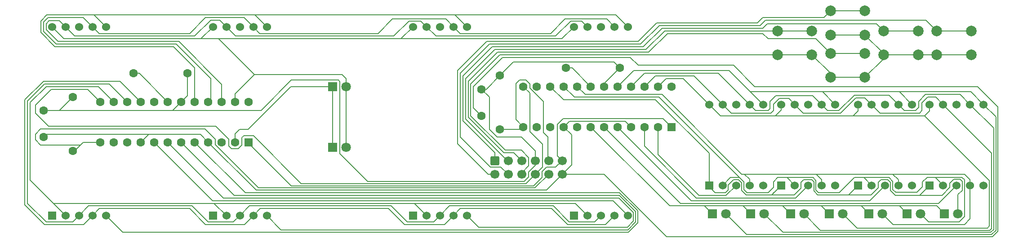
<source format=gbr>
%TF.GenerationSoftware,KiCad,Pcbnew,9.0.7*%
%TF.CreationDate,2026-01-05T14:29:03+01:00*%
%TF.ProjectId,display-Schematic,64697370-6c61-4792-9d53-6368656d6174,rev?*%
%TF.SameCoordinates,Original*%
%TF.FileFunction,Copper,L1,Top*%
%TF.FilePolarity,Positive*%
%FSLAX46Y46*%
G04 Gerber Fmt 4.6, Leading zero omitted, Abs format (unit mm)*
G04 Created by KiCad (PCBNEW 9.0.7) date 2026-01-05 14:29:03*
%MOMM*%
%LPD*%
G01*
G04 APERTURE LIST*
G04 Aperture macros list*
%AMRoundRect*
0 Rectangle with rounded corners*
0 $1 Rounding radius*
0 $2 $3 $4 $5 $6 $7 $8 $9 X,Y pos of 4 corners*
0 Add a 4 corners polygon primitive as box body*
4,1,4,$2,$3,$4,$5,$6,$7,$8,$9,$2,$3,0*
0 Add four circle primitives for the rounded corners*
1,1,$1+$1,$2,$3*
1,1,$1+$1,$4,$5*
1,1,$1+$1,$6,$7*
1,1,$1+$1,$8,$9*
0 Add four rect primitives between the rounded corners*
20,1,$1+$1,$2,$3,$4,$5,0*
20,1,$1+$1,$4,$5,$6,$7,0*
20,1,$1+$1,$6,$7,$8,$9,0*
20,1,$1+$1,$8,$9,$2,$3,0*%
G04 Aperture macros list end*
%TA.AperFunction,ComponentPad*%
%ADD10R,1.800000X1.800000*%
%TD*%
%TA.AperFunction,ComponentPad*%
%ADD11C,1.800000*%
%TD*%
%TA.AperFunction,ComponentPad*%
%ADD12R,1.524000X1.524000*%
%TD*%
%TA.AperFunction,ComponentPad*%
%ADD13C,1.524000*%
%TD*%
%TA.AperFunction,ComponentPad*%
%ADD14C,2.000000*%
%TD*%
%TA.AperFunction,ComponentPad*%
%ADD15RoundRect,0.250000X0.550000X-0.550000X0.550000X0.550000X-0.550000X0.550000X-0.550000X-0.550000X0*%
%TD*%
%TA.AperFunction,ComponentPad*%
%ADD16C,1.600000*%
%TD*%
%TA.AperFunction,ComponentPad*%
%ADD17RoundRect,0.250000X-0.600000X0.600000X-0.600000X-0.600000X0.600000X-0.600000X0.600000X0.600000X0*%
%TD*%
%TA.AperFunction,ComponentPad*%
%ADD18C,1.700000*%
%TD*%
%TA.AperFunction,Conductor*%
%ADD19C,0.200000*%
%TD*%
G04 APERTURE END LIST*
D10*
%TO.P,D2,1,K*%
%TO.N,Net-(D1-K)*%
X119460000Y-105500000D03*
D11*
%TO.P,D2,2,A*%
%TO.N,Net-(D1-A)*%
X122000000Y-105500000D03*
%TD*%
D12*
%TO.P,U7,1,CC*%
%TO.N,unconnected-(U7-CC-Pad1)*%
X134620000Y-118305000D03*
D13*
%TO.P,U7,2,E*%
%TO.N,Net-(U4-SEG_A)*%
X137160000Y-118305000D03*
%TO.P,U7,3,D*%
%TO.N,Net-(U4-SEG_F)*%
X139700000Y-118305000D03*
%TO.P,U7,4,C*%
%TO.N,Net-(U4-SEG_B)*%
X142240000Y-118305000D03*
%TO.P,U7,5,CC*%
%TO.N,Net-(U4-DIG_3)*%
X144780000Y-118305000D03*
%TO.P,U7,6,B*%
%TO.N,Net-(U4-SEG_C)*%
X144780000Y-82745000D03*
%TO.P,U7,7,A*%
%TO.N,Net-(U4-SEG_E)*%
X142240000Y-82745000D03*
%TO.P,U7,8,DP*%
%TO.N,unconnected-(U7-DP-Pad8)*%
X139700000Y-82745000D03*
%TO.P,U7,9,F*%
%TO.N,Net-(U4-SEG_DP)*%
X137160000Y-82745000D03*
%TO.P,U7,10,G*%
%TO.N,Net-(D1-A)*%
X134620000Y-82745000D03*
%TD*%
D10*
%TO.P,D3,1,K*%
%TO.N,Net-(D3-K)*%
X191000000Y-118000000D03*
D11*
%TO.P,D3,2,A*%
%TO.N,Net-(D3-A)*%
X193540000Y-118000000D03*
%TD*%
D12*
%TO.P,U6,1,CC*%
%TO.N,unconnected-(U6-CC-Pad1)*%
X96910000Y-118305000D03*
D13*
%TO.P,U6,2,E*%
%TO.N,Net-(U4-SEG_A)*%
X99450000Y-118305000D03*
%TO.P,U6,3,D*%
%TO.N,Net-(U4-SEG_F)*%
X101990000Y-118305000D03*
%TO.P,U6,4,C*%
%TO.N,Net-(U4-SEG_B)*%
X104530000Y-118305000D03*
%TO.P,U6,5,CC*%
%TO.N,Net-(U4-DIG_2)*%
X107070000Y-118305000D03*
%TO.P,U6,6,B*%
%TO.N,Net-(U4-SEG_C)*%
X107070000Y-82745000D03*
%TO.P,U6,7,A*%
%TO.N,Net-(U4-SEG_E)*%
X104530000Y-82745000D03*
%TO.P,U6,8,DP*%
%TO.N,unconnected-(U6-DP-Pad8)*%
X101990000Y-82745000D03*
%TO.P,U6,9,F*%
%TO.N,Net-(U4-SEG_DP)*%
X99450000Y-82745000D03*
%TO.P,U6,10,G*%
%TO.N,Net-(D1-A)*%
X96910000Y-82745000D03*
%TD*%
D14*
%TO.P,SW2,1,C*%
%TO.N,Net-(SW2A-C)*%
X203250000Y-83500000D03*
X209750000Y-83500000D03*
%TO.P,SW2,2,D*%
%TO.N,+3.3V*%
X203250000Y-88000000D03*
X209750000Y-88000000D03*
%TD*%
D10*
%TO.P,D6,1,K*%
%TO.N,Net-(D3-K)*%
X213000000Y-118000000D03*
D11*
%TO.P,D6,2,A*%
%TO.N,Net-(D6-A)*%
X215540000Y-118000000D03*
%TD*%
D12*
%TO.P,U8,1,CC*%
%TO.N,unconnected-(U8-CC-Pad1)*%
X164920000Y-118305000D03*
D13*
%TO.P,U8,2,E*%
%TO.N,Net-(U4-SEG_A)*%
X167460000Y-118305000D03*
%TO.P,U8,3,D*%
%TO.N,Net-(U4-SEG_F)*%
X170000000Y-118305000D03*
%TO.P,U8,4,C*%
%TO.N,Net-(U4-SEG_B)*%
X172540000Y-118305000D03*
%TO.P,U8,5,CC*%
%TO.N,Net-(U4-DIG_7)*%
X175080000Y-118305000D03*
%TO.P,U8,6,B*%
%TO.N,Net-(U4-SEG_C)*%
X175080000Y-82745000D03*
%TO.P,U8,7,A*%
%TO.N,Net-(U4-SEG_E)*%
X172540000Y-82745000D03*
%TO.P,U8,8,DP*%
%TO.N,unconnected-(U8-DP-Pad8)*%
X170000000Y-82745000D03*
%TO.P,U8,9,F*%
%TO.N,Net-(U4-SEG_DP)*%
X167460000Y-82745000D03*
%TO.P,U8,10,G*%
%TO.N,Net-(D1-A)*%
X164920000Y-82745000D03*
%TD*%
D14*
%TO.P,SW1,1,C*%
%TO.N,Net-(SW1A-C)*%
X213250000Y-79750000D03*
X219750000Y-79750000D03*
%TO.P,SW1,2,D*%
%TO.N,+3.3V*%
X213250000Y-84250000D03*
X219750000Y-84250000D03*
%TD*%
D12*
%TO.P,U5,1,CC*%
%TO.N,unconnected-(U5-CC-Pad1)*%
X66610000Y-118305000D03*
D13*
%TO.P,U5,2,E*%
%TO.N,Net-(U4-SEG_A)*%
X69150000Y-118305000D03*
%TO.P,U5,3,D*%
%TO.N,Net-(U4-SEG_F)*%
X71690000Y-118305000D03*
%TO.P,U5,4,C*%
%TO.N,Net-(U4-SEG_B)*%
X74230000Y-118305000D03*
%TO.P,U5,5,CC*%
%TO.N,Net-(U4-DIG_6)*%
X76770000Y-118305000D03*
%TO.P,U5,6,B*%
%TO.N,Net-(U4-SEG_C)*%
X76770000Y-82745000D03*
%TO.P,U5,7,A*%
%TO.N,Net-(U4-SEG_E)*%
X74230000Y-82745000D03*
%TO.P,U5,8,DP*%
%TO.N,unconnected-(U5-DP-Pad8)*%
X71690000Y-82745000D03*
%TO.P,U5,9,F*%
%TO.N,Net-(U4-SEG_DP)*%
X69150000Y-82745000D03*
%TO.P,U5,10,G*%
%TO.N,Net-(D1-A)*%
X66610000Y-82745000D03*
%TD*%
D14*
%TO.P,SW3,1,C*%
%TO.N,Net-(SW3A-C)*%
X223250000Y-83500000D03*
X229750000Y-83500000D03*
%TO.P,SW3,2,D*%
%TO.N,+3.3V*%
X223250000Y-88000000D03*
X229750000Y-88000000D03*
%TD*%
D10*
%TO.P,D5,1,K*%
%TO.N,Net-(D3-K)*%
X205725000Y-118000000D03*
D11*
%TO.P,D5,2,A*%
%TO.N,Net-(D5-A)*%
X208265000Y-118000000D03*
%TD*%
D12*
%TO.P,U11,1,E*%
%TO.N,Net-(D9-A)*%
X203960000Y-112620000D03*
D13*
%TO.P,U11,2,D*%
%TO.N,Net-(D8-A)*%
X206500000Y-112620000D03*
%TO.P,U11,3,CC*%
%TO.N,Net-(U9-DIG_4)*%
X209040000Y-112620000D03*
%TO.P,U11,4,C*%
%TO.N,Net-(D7-A)*%
X211580000Y-112620000D03*
%TO.P,U11,5,DP*%
%TO.N,unconnected-(U11-DP-Pad5)*%
X214120000Y-112620000D03*
%TO.P,U11,6,B*%
%TO.N,Net-(D3-A)*%
X214120000Y-97380000D03*
%TO.P,U11,7,A*%
%TO.N,Net-(D4-A)*%
X211580000Y-97380000D03*
%TO.P,U11,8,CC*%
%TO.N,unconnected-(U11-CC-Pad8)*%
X209040000Y-97380000D03*
%TO.P,U11,9,F*%
%TO.N,Net-(D5-A)*%
X206500000Y-97380000D03*
%TO.P,U11,10,G*%
%TO.N,Net-(D6-A)*%
X203960000Y-97380000D03*
%TD*%
D14*
%TO.P,SW4,1,C*%
%TO.N,Net-(SW4A-C)*%
X213250000Y-87750000D03*
X219750000Y-87750000D03*
%TO.P,SW4,2,D*%
%TO.N,+3.3V*%
X213250000Y-92250000D03*
X219750000Y-92250000D03*
%TD*%
D12*
%TO.P,U13,1,E*%
%TO.N,Net-(D9-A)*%
X231920000Y-112620000D03*
D13*
%TO.P,U13,2,D*%
%TO.N,Net-(D8-A)*%
X234460000Y-112620000D03*
%TO.P,U13,3,CC*%
%TO.N,Net-(U9-DIG_2)*%
X237000000Y-112620000D03*
%TO.P,U13,4,C*%
%TO.N,Net-(D7-A)*%
X239540000Y-112620000D03*
%TO.P,U13,5,DP*%
%TO.N,unconnected-(U13-DP-Pad5)*%
X242080000Y-112620000D03*
%TO.P,U13,6,B*%
%TO.N,Net-(D3-A)*%
X242080000Y-97380000D03*
%TO.P,U13,7,A*%
%TO.N,Net-(D4-A)*%
X239540000Y-97380000D03*
%TO.P,U13,8,CC*%
%TO.N,unconnected-(U13-CC-Pad8)*%
X237000000Y-97380000D03*
%TO.P,U13,9,F*%
%TO.N,Net-(D5-A)*%
X234460000Y-97380000D03*
%TO.P,U13,10,G*%
%TO.N,Net-(D6-A)*%
X231920000Y-97380000D03*
%TD*%
D14*
%TO.P,SW5,1,C*%
%TO.N,Net-(SW5A-C)*%
X233250000Y-83500000D03*
X239750000Y-83500000D03*
%TO.P,SW5,2,D*%
%TO.N,+3.3V*%
X233250000Y-88000000D03*
X239750000Y-88000000D03*
%TD*%
D10*
%TO.P,D4,1,K*%
%TO.N,Net-(D3-K)*%
X198225000Y-118000000D03*
D11*
%TO.P,D4,2,A*%
%TO.N,Net-(D4-A)*%
X200765000Y-118000000D03*
%TD*%
D12*
%TO.P,U12,1,E*%
%TO.N,Net-(D9-A)*%
X218420000Y-112620000D03*
D13*
%TO.P,U12,2,D*%
%TO.N,Net-(D8-A)*%
X220960000Y-112620000D03*
%TO.P,U12,3,CC*%
%TO.N,Net-(U9-DIG_6)*%
X223500000Y-112620000D03*
%TO.P,U12,4,C*%
%TO.N,Net-(D7-A)*%
X226040000Y-112620000D03*
%TO.P,U12,5,DP*%
%TO.N,unconnected-(U12-DP-Pad5)*%
X228580000Y-112620000D03*
%TO.P,U12,6,B*%
%TO.N,Net-(D3-A)*%
X228580000Y-97380000D03*
%TO.P,U12,7,A*%
%TO.N,Net-(D4-A)*%
X226040000Y-97380000D03*
%TO.P,U12,8,CC*%
%TO.N,unconnected-(U12-CC-Pad8)*%
X223500000Y-97380000D03*
%TO.P,U12,9,F*%
%TO.N,Net-(D5-A)*%
X220960000Y-97380000D03*
%TO.P,U12,10,G*%
%TO.N,Net-(D6-A)*%
X218420000Y-97380000D03*
%TD*%
D10*
%TO.P,D8,1,K*%
%TO.N,Net-(D3-K)*%
X227695000Y-118000000D03*
D11*
%TO.P,D8,2,A*%
%TO.N,Net-(D8-A)*%
X230235000Y-118000000D03*
%TD*%
D10*
%TO.P,D9,1,K*%
%TO.N,Net-(D3-K)*%
X234725000Y-118000000D03*
D11*
%TO.P,D9,2,A*%
%TO.N,Net-(D9-A)*%
X237265000Y-118000000D03*
%TD*%
D10*
%TO.P,D1,1,K*%
%TO.N,Net-(D1-K)*%
X119460000Y-94000000D03*
D11*
%TO.P,D1,2,A*%
%TO.N,Net-(D1-A)*%
X122000000Y-94000000D03*
%TD*%
D12*
%TO.P,U10,1,E*%
%TO.N,Net-(D9-A)*%
X190380000Y-112620000D03*
D13*
%TO.P,U10,2,D*%
%TO.N,Net-(D8-A)*%
X192920000Y-112620000D03*
%TO.P,U10,3,CC*%
%TO.N,Net-(U9-DIG_0)*%
X195460000Y-112620000D03*
%TO.P,U10,4,C*%
%TO.N,Net-(D7-A)*%
X198000000Y-112620000D03*
%TO.P,U10,5,DP*%
%TO.N,unconnected-(U10-DP-Pad5)*%
X200540000Y-112620000D03*
%TO.P,U10,6,B*%
%TO.N,Net-(D3-A)*%
X200540000Y-97380000D03*
%TO.P,U10,7,A*%
%TO.N,Net-(D4-A)*%
X198000000Y-97380000D03*
%TO.P,U10,8,CC*%
%TO.N,unconnected-(U10-CC-Pad8)*%
X195460000Y-97380000D03*
%TO.P,U10,9,F*%
%TO.N,Net-(D5-A)*%
X192920000Y-97380000D03*
%TO.P,U10,10,G*%
%TO.N,Net-(D6-A)*%
X190380000Y-97380000D03*
%TD*%
D10*
%TO.P,D7,1,K*%
%TO.N,Net-(D3-K)*%
X220500000Y-118000000D03*
D11*
%TO.P,D7,2,A*%
%TO.N,Net-(D7-A)*%
X223040000Y-118000000D03*
%TD*%
D15*
%TO.P,U9,1,DIN*%
%TO.N,Net-(U4-DIN)*%
X183320000Y-101620000D03*
D16*
%TO.P,U9,2,DIG_0*%
%TO.N,Net-(U9-DIG_0)*%
X180780000Y-101620000D03*
%TO.P,U9,3,DIG_4*%
%TO.N,Net-(U9-DIG_4)*%
X178240000Y-101620000D03*
%TO.P,U9,4,GND*%
%TO.N,GND*%
X175700000Y-101620000D03*
%TO.P,U9,5,DIG_6*%
%TO.N,Net-(U9-DIG_6)*%
X173160000Y-101620000D03*
%TO.P,U9,6,DIG_2*%
%TO.N,Net-(U9-DIG_2)*%
X170620000Y-101620000D03*
%TO.P,U9,7,DIG_3*%
%TO.N,Net-(D3-K)*%
X168080000Y-101620000D03*
%TO.P,U9,8,DIG_7*%
%TO.N,unconnected-(U9-DIG_7-Pad8)*%
X165540000Y-101620000D03*
%TO.P,U9,9,GND*%
%TO.N,GND*%
X163000000Y-101620000D03*
%TO.P,U9,10,DIG_5*%
%TO.N,unconnected-(U9-DIG_5-Pad10)*%
X160460000Y-101620000D03*
%TO.P,U9,11,DIG_1*%
%TO.N,unconnected-(U9-DIG_1-Pad11)*%
X157920000Y-101620000D03*
%TO.P,U9,12,LOAD*%
%TO.N,Net-(U9-LOAD)*%
X155380000Y-101620000D03*
%TO.P,U9,13,CLK*%
%TO.N,Net-(U4-CLK)*%
X155380000Y-94000000D03*
%TO.P,U9,14,SEG_A*%
%TO.N,unconnected-(U9-SEG_A-Pad14)*%
X157920000Y-94000000D03*
%TO.P,U9,15,SEG_F*%
%TO.N,Net-(D9-A)*%
X160460000Y-94000000D03*
%TO.P,U9,16,SEG_B*%
%TO.N,Net-(D8-A)*%
X163000000Y-94000000D03*
%TO.P,U9,17,SEG_G*%
%TO.N,Net-(D7-A)*%
X165540000Y-94000000D03*
%TO.P,U9,18,ISET*%
%TO.N,Net-(U9-ISET)*%
X168080000Y-94000000D03*
%TO.P,U9,19,V+*%
%TO.N,+5V*%
X170620000Y-94000000D03*
%TO.P,U9,20,SEG_C*%
%TO.N,Net-(D3-A)*%
X173160000Y-94000000D03*
%TO.P,U9,21,SEG_E*%
%TO.N,Net-(D4-A)*%
X175700000Y-94000000D03*
%TO.P,U9,22,SEG_DP*%
%TO.N,Net-(D5-A)*%
X178240000Y-94000000D03*
%TO.P,U9,23,SEG_D*%
%TO.N,Net-(D6-A)*%
X180780000Y-94000000D03*
%TO.P,U9,24,DOUT*%
%TO.N,unconnected-(U9-DOUT-Pad24)*%
X183320000Y-94000000D03*
%TD*%
%TO.P,C5,1*%
%TO.N,+5V*%
X147500000Y-94500000D03*
%TO.P,C5,2*%
%TO.N,GND*%
X147500000Y-99500000D03*
%TD*%
%TO.P,C4,1*%
%TO.N,+5V*%
X65000000Y-98500000D03*
%TO.P,C4,2*%
%TO.N,GND*%
X65000000Y-103500000D03*
%TD*%
%TO.P,R1,1*%
%TO.N,+5V*%
X151000000Y-91920000D03*
%TO.P,R1,2*%
%TO.N,Net-(U9-LOAD)*%
X151000000Y-102080000D03*
%TD*%
%TO.P,R3,1*%
%TO.N,+5V*%
X92080000Y-91500000D03*
%TO.P,R3,2*%
%TO.N,Net-(U4-ISET)*%
X81920000Y-91500000D03*
%TD*%
%TO.P,R5,1*%
%TO.N,+5V*%
X173580000Y-90500000D03*
%TO.P,R5,2*%
%TO.N,Net-(U9-ISET)*%
X163420000Y-90500000D03*
%TD*%
D17*
%TO.P,J1,1*%
%TO.N,Net-(SW3A-C)*%
X150000000Y-108000000D03*
D18*
%TO.P,J1,2*%
%TO.N,Net-(SW1A-C)*%
X150000000Y-110540000D03*
%TO.P,J1,3*%
%TO.N,Net-(SW2A-C)*%
X152540000Y-108000000D03*
%TO.P,J1,4*%
%TO.N,Net-(SW5A-C)*%
X152540000Y-110540000D03*
%TO.P,J1,5*%
%TO.N,Net-(SW4A-C)*%
X155080000Y-108000000D03*
%TO.P,J1,6*%
%TO.N,+3.3V*%
X155080000Y-110540000D03*
%TO.P,J1,7*%
%TO.N,+5V*%
X157620000Y-108000000D03*
%TO.P,J1,8*%
%TO.N,Net-(U4-CLK)*%
X157620000Y-110540000D03*
%TO.P,J1,9*%
%TO.N,Net-(U9-LOAD)*%
X160160000Y-108000000D03*
%TO.P,J1,10*%
%TO.N,Net-(U4-LOAD)*%
X160160000Y-110540000D03*
%TO.P,J1,11*%
%TO.N,Net-(U4-DIN)*%
X162700000Y-108000000D03*
%TO.P,J1,12*%
%TO.N,GND*%
X162700000Y-110540000D03*
%TD*%
D16*
%TO.P,R2,1*%
%TO.N,+5V*%
X70500000Y-96000000D03*
%TO.P,R2,2*%
%TO.N,Net-(U4-LOAD)*%
X70500000Y-106160000D03*
%TD*%
D15*
%TO.P,U4,1,DIN*%
%TO.N,Net-(U4-DIN)*%
X103660000Y-104500000D03*
D16*
%TO.P,U4,2,DIG_0*%
%TO.N,Net-(D1-K)*%
X101120000Y-104500000D03*
%TO.P,U4,3,DIG_4*%
%TO.N,unconnected-(U4-DIG_4-Pad3)*%
X98580000Y-104500000D03*
%TO.P,U4,4,GND*%
%TO.N,GND*%
X96040000Y-104500000D03*
%TO.P,U4,5,DIG_6*%
%TO.N,Net-(U4-DIG_6)*%
X93500000Y-104500000D03*
%TO.P,U4,6,DIG_2*%
%TO.N,Net-(U4-DIG_2)*%
X90960000Y-104500000D03*
%TO.P,U4,7,DIG_3*%
%TO.N,Net-(U4-DIG_3)*%
X88420000Y-104500000D03*
%TO.P,U4,8,DIG_7*%
%TO.N,Net-(U4-DIG_7)*%
X85880000Y-104500000D03*
%TO.P,U4,9,GND*%
%TO.N,GND*%
X83340000Y-104500000D03*
%TO.P,U4,10,DIG_5*%
%TO.N,unconnected-(U4-DIG_5-Pad10)*%
X80800000Y-104500000D03*
%TO.P,U4,11,DIG_1*%
%TO.N,unconnected-(U4-DIG_1-Pad11)*%
X78260000Y-104500000D03*
%TO.P,U4,12,LOAD*%
%TO.N,Net-(U4-LOAD)*%
X75720000Y-104500000D03*
%TO.P,U4,13,CLK*%
%TO.N,Net-(U4-CLK)*%
X75720000Y-96880000D03*
%TO.P,U4,14,SEG_A*%
%TO.N,Net-(U4-SEG_A)*%
X78260000Y-96880000D03*
%TO.P,U4,15,SEG_F*%
%TO.N,Net-(U4-SEG_F)*%
X80800000Y-96880000D03*
%TO.P,U4,16,SEG_B*%
%TO.N,Net-(U4-SEG_B)*%
X83340000Y-96880000D03*
%TO.P,U4,17,SEG_G*%
%TO.N,unconnected-(U4-SEG_G-Pad17)*%
X85880000Y-96880000D03*
%TO.P,U4,18,ISET*%
%TO.N,Net-(U4-ISET)*%
X88420000Y-96880000D03*
%TO.P,U4,19,V+*%
%TO.N,+5V*%
X90960000Y-96880000D03*
%TO.P,U4,20,SEG_C*%
%TO.N,Net-(U4-SEG_C)*%
X93500000Y-96880000D03*
%TO.P,U4,21,SEG_E*%
%TO.N,Net-(U4-SEG_E)*%
X96040000Y-96880000D03*
%TO.P,U4,22,SEG_DP*%
%TO.N,Net-(U4-SEG_DP)*%
X98580000Y-96880000D03*
%TO.P,U4,23,SEG_D*%
%TO.N,Net-(D1-A)*%
X101120000Y-96880000D03*
%TO.P,U4,24,DOUT*%
%TO.N,unconnected-(U4-DOUT-Pad24)*%
X103660000Y-96880000D03*
%TD*%
D19*
%TO.N,+5V*%
X172479000Y-89399000D02*
X153521000Y-89399000D01*
X120524000Y-92799000D02*
X120800000Y-93075000D01*
X150431474Y-103500000D02*
X149000000Y-102068525D01*
X68000000Y-98500000D02*
X89340000Y-98500000D01*
X170620000Y-93460000D02*
X170620000Y-94000000D01*
X89340000Y-98500000D02*
X106000000Y-98500000D01*
X151000000Y-91920000D02*
X148420000Y-94500000D01*
X155000000Y-103500000D02*
X150431474Y-103500000D01*
X157620000Y-106120000D02*
X155000000Y-103500000D01*
X155500000Y-111896000D02*
X156375000Y-111021000D01*
X111701000Y-92799000D02*
X120524000Y-92799000D01*
X68000000Y-98500000D02*
X70500000Y-96000000D01*
X106000000Y-98500000D02*
X111701000Y-92799000D01*
X148420000Y-94500000D02*
X147500000Y-94500000D01*
X157620000Y-108000000D02*
X157620000Y-106120000D01*
X157620000Y-108880000D02*
X157620000Y-108000000D01*
X92080000Y-91500000D02*
X92080000Y-95760000D01*
X126057000Y-111896000D02*
X155500000Y-111896000D01*
X173580000Y-90500000D02*
X172479000Y-89399000D01*
X65000000Y-98500000D02*
X68000000Y-98500000D01*
X89340000Y-98500000D02*
X90960000Y-96880000D01*
X92080000Y-95760000D02*
X90960000Y-96880000D01*
X151000000Y-91920000D02*
X153521000Y-89399000D01*
X156375000Y-110125000D02*
X157620000Y-108880000D01*
X120800000Y-106639000D02*
X126057000Y-111896000D01*
X156375000Y-111021000D02*
X156375000Y-110125000D01*
X173580000Y-90500000D02*
X170620000Y-93460000D01*
X120800000Y-93075000D02*
X120800000Y-106639000D01*
X149000000Y-102068525D02*
X149000000Y-96000000D01*
X149000000Y-96000000D02*
X147500000Y-94500000D01*
%TO.N,GND*%
X175700000Y-101620000D02*
X174599000Y-100519000D01*
X199000000Y-94000000D02*
X195000000Y-90000000D01*
X162700000Y-110540000D02*
X170630455Y-110540000D01*
X96040000Y-104500000D02*
X105040000Y-113500000D01*
X244800000Y-121267100D02*
X244800000Y-97800000D01*
X164101000Y-100519000D02*
X163000000Y-101620000D01*
X174599000Y-100519000D02*
X164101000Y-100519000D01*
X241000000Y-94000000D02*
X199000000Y-94000000D01*
X244800000Y-97800000D02*
X241000000Y-94000000D01*
X159740000Y-113500000D02*
X162700000Y-110540000D01*
X182390455Y-122300000D02*
X243767100Y-122300000D01*
X83340000Y-104500000D02*
X84840000Y-103000000D01*
X146000000Y-98000000D02*
X147500000Y-99500000D01*
X170630455Y-110540000D02*
X182390455Y-122300000D01*
X151500000Y-88500000D02*
X146000000Y-94000000D01*
X65000000Y-103500000D02*
X65500000Y-103000000D01*
X146000000Y-94000000D02*
X146000000Y-98000000D01*
X175500000Y-88500000D02*
X151500000Y-88500000D01*
X243767100Y-122300000D02*
X244800000Y-121267100D01*
X84840000Y-103000000D02*
X94540000Y-103000000D01*
X195000000Y-90000000D02*
X177000000Y-90000000D01*
X105040000Y-113500000D02*
X159740000Y-113500000D01*
X164500000Y-103120000D02*
X164500000Y-108740000D01*
X163000000Y-101620000D02*
X164500000Y-103120000D01*
X177000000Y-90000000D02*
X175500000Y-88500000D01*
X65500000Y-103000000D02*
X84840000Y-103000000D01*
X164500000Y-108740000D02*
X162700000Y-110540000D01*
X94540000Y-103000000D02*
X96040000Y-104500000D01*
%TO.N,Net-(D1-A)*%
X96910000Y-83090000D02*
X96910000Y-82745000D01*
X122000000Y-92500000D02*
X122000000Y-94000000D01*
X121250000Y-91750000D02*
X122000000Y-92500000D01*
X104500000Y-91500000D02*
X98000000Y-85000000D01*
X132000000Y-85000000D02*
X132365000Y-85000000D01*
X98000000Y-85000000D02*
X132000000Y-85000000D01*
X104750000Y-91750000D02*
X121250000Y-91750000D01*
X101120000Y-95380000D02*
X101120000Y-96880000D01*
X68865000Y-85000000D02*
X94655000Y-85000000D01*
X132000000Y-85000000D02*
X162665000Y-85000000D01*
X104750000Y-91750000D02*
X101120000Y-95380000D01*
X94655000Y-85000000D02*
X96910000Y-82745000D01*
X162665000Y-85000000D02*
X164920000Y-82745000D01*
X104500000Y-91500000D02*
X104750000Y-91750000D01*
X132365000Y-85000000D02*
X134620000Y-82745000D01*
X66610000Y-82745000D02*
X68865000Y-85000000D01*
X122000000Y-94000000D02*
X122000000Y-105500000D01*
X94655000Y-85000000D02*
X98000000Y-85000000D01*
%TO.N,Net-(D1-K)*%
X101940000Y-102060000D02*
X101120000Y-102880000D01*
X119460000Y-94000000D02*
X119460000Y-105500000D01*
X103560000Y-102060000D02*
X101940000Y-102060000D01*
X119460000Y-94000000D02*
X111620000Y-94000000D01*
X101120000Y-102880000D02*
X101120000Y-104500000D01*
X111620000Y-94000000D02*
X103560000Y-102060000D01*
%TO.N,Net-(D3-K)*%
X227695000Y-118000000D02*
X226195000Y-116500000D01*
X219000000Y-116500000D02*
X211500000Y-116500000D01*
X226195000Y-116500000D02*
X226000000Y-116500000D01*
X196725000Y-116500000D02*
X189500000Y-116500000D01*
X189500000Y-116500000D02*
X182960000Y-116500000D01*
X220500000Y-118000000D02*
X219000000Y-116500000D01*
X230000000Y-116500000D02*
X226000000Y-116500000D01*
X233225000Y-116500000D02*
X230000000Y-116500000D01*
X213000000Y-118000000D02*
X211500000Y-116500000D01*
X191000000Y-118000000D02*
X189500000Y-116500000D01*
X182960000Y-116500000D02*
X168080000Y-101620000D01*
X211500000Y-116500000D02*
X204225000Y-116500000D01*
X204225000Y-116500000D02*
X196725000Y-116500000D01*
X234725000Y-118000000D02*
X233225000Y-116500000D01*
X226000000Y-116500000D02*
X219000000Y-116500000D01*
X198225000Y-118000000D02*
X196725000Y-116500000D01*
X205725000Y-118000000D02*
X204225000Y-116500000D01*
%TO.N,Net-(D3-A)*%
X200540000Y-97380000D02*
X198160000Y-95000000D01*
X176160000Y-91000000D02*
X173160000Y-94000000D01*
X244399000Y-121101000D02*
X244399000Y-99699000D01*
X226200000Y-95000000D02*
X239700000Y-95000000D01*
X198160000Y-95000000D02*
X211500000Y-95000000D01*
X211500000Y-95000000D02*
X211740000Y-95000000D01*
X226200000Y-95000000D02*
X228580000Y-97380000D01*
X211740000Y-95000000D02*
X214120000Y-97380000D01*
X211500000Y-95000000D02*
X226200000Y-95000000D01*
X239700000Y-95000000D02*
X242080000Y-97380000D01*
X243601000Y-121899000D02*
X244399000Y-121101000D01*
X193540000Y-118000000D02*
X197439000Y-121899000D01*
X244399000Y-99699000D02*
X242080000Y-97380000D01*
X194160000Y-91000000D02*
X176160000Y-91000000D01*
X197439000Y-121899000D02*
X243601000Y-121899000D01*
X198160000Y-95000000D02*
X194160000Y-91000000D01*
%TO.N,Net-(D4-A)*%
X237660000Y-95500000D02*
X239540000Y-97380000D01*
X227160000Y-98500000D02*
X229275000Y-98500000D01*
X231175000Y-95500000D02*
X237660000Y-95500000D01*
X217726000Y-95599000D02*
X224259000Y-95599000D01*
X201500000Y-98500000D02*
X201850000Y-98150000D01*
X229275000Y-98500000D02*
X229850000Y-97925000D01*
X204263000Y-121498000D02*
X243434900Y-121498000D01*
X198000000Y-97380000D02*
X199120000Y-98500000D01*
X243998000Y-101838000D02*
X239540000Y-97380000D01*
X226040000Y-97380000D02*
X227160000Y-98500000D01*
X192120000Y-91500000D02*
X178200000Y-91500000D01*
X224259000Y-95599000D02*
X226040000Y-97380000D01*
X212700000Y-98500000D02*
X214825000Y-98500000D01*
X201850000Y-96800000D02*
X202950000Y-95700000D01*
X200765000Y-118000000D02*
X204263000Y-121498000D01*
X229850000Y-96825000D02*
X231175000Y-95500000D01*
X229850000Y-97925000D02*
X229850000Y-96825000D01*
X202950000Y-95700000D02*
X209900000Y-95700000D01*
X211580000Y-97380000D02*
X212700000Y-98500000D01*
X178200000Y-91500000D02*
X175700000Y-94000000D01*
X243434900Y-121498000D02*
X243998000Y-120934900D01*
X243998000Y-120934900D02*
X243998000Y-101838000D01*
X199120000Y-98500000D02*
X201500000Y-98500000D01*
X214825000Y-98500000D02*
X217726000Y-95599000D01*
X201850000Y-98150000D02*
X201850000Y-96800000D01*
X198000000Y-97380000D02*
X192120000Y-91500000D01*
X209900000Y-95700000D02*
X211580000Y-97380000D01*
%TO.N,Net-(D5-A)*%
X230500000Y-97050000D02*
X231550000Y-96000000D01*
X230000000Y-99000000D02*
X230500000Y-98500000D01*
X202500000Y-98500000D02*
X202500000Y-97336690D01*
X243597000Y-120768800D02*
X243597000Y-106517000D01*
X194540000Y-99000000D02*
X202000000Y-99000000D01*
X205370000Y-96250000D02*
X206500000Y-97380000D01*
X222580000Y-99000000D02*
X230000000Y-99000000D01*
X233080000Y-96000000D02*
X234460000Y-97380000D01*
X230500000Y-98500000D02*
X230500000Y-97050000D01*
X180240000Y-92000000D02*
X178240000Y-94000000D01*
X243597000Y-106517000D02*
X234460000Y-97380000D01*
X208265000Y-118000000D02*
X211362000Y-121097000D01*
X211362000Y-121097000D02*
X243268800Y-121097000D01*
X219730000Y-96150000D02*
X220960000Y-97380000D01*
X215125000Y-99000000D02*
X217975000Y-96150000D01*
X203586690Y-96250000D02*
X205370000Y-96250000D01*
X220960000Y-97380000D02*
X222580000Y-99000000D01*
X187540000Y-92000000D02*
X180240000Y-92000000D01*
X202500000Y-97336690D02*
X203586690Y-96250000D01*
X192920000Y-97380000D02*
X194540000Y-99000000D01*
X208120000Y-99000000D02*
X215125000Y-99000000D01*
X231550000Y-96000000D02*
X233080000Y-96000000D01*
X192920000Y-97380000D02*
X187540000Y-92000000D01*
X217975000Y-96150000D02*
X219730000Y-96150000D01*
X202000000Y-99000000D02*
X202500000Y-98500000D01*
X206500000Y-97380000D02*
X208120000Y-99000000D01*
X243268800Y-121097000D02*
X243597000Y-120768800D01*
%TO.N,Net-(D6-A)*%
X217000000Y-99500000D02*
X203000000Y-99500000D01*
X203960000Y-98457630D02*
X202958815Y-99458815D01*
X217000000Y-99500000D02*
X231000000Y-99500000D01*
X203960000Y-97380000D02*
X203960000Y-97460000D01*
X192500000Y-99500000D02*
X202917630Y-99500000D01*
X215540000Y-118000000D02*
X218236000Y-120696000D01*
X190380000Y-97380000D02*
X192500000Y-99500000D01*
X231000000Y-99500000D02*
X231920000Y-98580000D01*
X182280000Y-92500000D02*
X180780000Y-94000000D01*
X202958815Y-99458815D02*
X202917630Y-99500000D01*
X217500000Y-99500000D02*
X217000000Y-99500000D01*
X231920000Y-98580000D02*
X231920000Y-97380000D01*
X218420000Y-98580000D02*
X217500000Y-99500000D01*
X203000000Y-99500000D02*
X202958815Y-99458815D01*
X218420000Y-97380000D02*
X218420000Y-98580000D01*
X185500000Y-92500000D02*
X182280000Y-92500000D01*
X243196000Y-120304000D02*
X243196000Y-111696000D01*
X190380000Y-97380000D02*
X185500000Y-92500000D01*
X203960000Y-97380000D02*
X203960000Y-98457630D01*
X218236000Y-120696000D02*
X242804000Y-120696000D01*
X242804000Y-120696000D02*
X243196000Y-120304000D01*
X203960000Y-97460000D02*
X204000000Y-97500000D01*
X243196000Y-111696000D02*
X231000000Y-99500000D01*
%TO.N,Net-(D7-A)*%
X196500000Y-110500000D02*
X197000000Y-110500000D01*
X226040000Y-111542370D02*
X224997630Y-110500000D01*
X198000000Y-112620000D02*
X198000000Y-111500000D01*
X210537630Y-110500000D02*
X197000000Y-110500000D01*
X238497630Y-110500000D02*
X224997630Y-110500000D01*
X211580000Y-111542370D02*
X210537630Y-110500000D01*
X238500000Y-120000000D02*
X239540000Y-118960000D01*
X165540000Y-94000000D02*
X167040000Y-95500000D01*
X223040000Y-118000000D02*
X225040000Y-120000000D01*
X226040000Y-112620000D02*
X226040000Y-111542370D01*
X224997630Y-110500000D02*
X210537630Y-110500000D01*
X239540000Y-112620000D02*
X239540000Y-111542370D01*
X198000000Y-111500000D02*
X197000000Y-110500000D01*
X224997630Y-110500000D02*
X224000000Y-110500000D01*
X181500000Y-95500000D02*
X196500000Y-110500000D01*
X167040000Y-95500000D02*
X181500000Y-95500000D01*
X239540000Y-118960000D02*
X239540000Y-112620000D01*
X239540000Y-111542370D02*
X238497630Y-110500000D01*
X225040000Y-120000000D02*
X238500000Y-120000000D01*
X211580000Y-112620000D02*
X211580000Y-111542370D01*
%TO.N,Net-(D8-A)*%
X192920000Y-112620000D02*
X194384000Y-111156000D01*
X219500000Y-111156000D02*
X224281000Y-111156000D01*
X233420000Y-111580000D02*
X233397000Y-111557000D01*
X229533550Y-113966450D02*
X225533550Y-113966450D01*
X231735000Y-119500000D02*
X237500000Y-119500000D01*
X196924000Y-113424000D02*
X197500000Y-114000000D01*
X224977000Y-111852000D02*
X224977000Y-112026590D01*
X196066410Y-111156000D02*
X196924000Y-112013590D01*
X211011895Y-114000000D02*
X214914000Y-114000000D01*
X238477000Y-118523000D02*
X238477000Y-111552000D01*
X180910410Y-96000000D02*
X165000000Y-96000000D01*
X230235000Y-118000000D02*
X231735000Y-119500000D01*
X217758000Y-111156000D02*
X219500000Y-111156000D01*
X238477000Y-111552000D02*
X238024000Y-111099000D01*
X200500000Y-114000000D02*
X201500000Y-114000000D01*
X196924000Y-112013590D02*
X196924000Y-113424000D01*
X201500000Y-114000000D02*
X202500000Y-113000000D01*
X194384000Y-111156000D02*
X196066410Y-111156000D01*
X238024000Y-111099000D02*
X231458000Y-111099000D01*
X165000000Y-96000000D02*
X163000000Y-94000000D01*
X200500000Y-114000000D02*
X200663310Y-114000000D01*
X225533550Y-113966450D02*
X224977000Y-113409900D01*
X197500000Y-114000000D02*
X200500000Y-114000000D01*
X230557000Y-112943000D02*
X229533550Y-113966450D01*
X234460000Y-112620000D02*
X233420000Y-111580000D01*
X224281000Y-111156000D02*
X224977000Y-111852000D01*
X205036000Y-111156000D02*
X209956000Y-111156000D01*
X224977000Y-113409900D02*
X224977000Y-112026590D01*
X231458000Y-111099000D02*
X230557000Y-112000000D01*
X206500000Y-112620000D02*
X205036000Y-111156000D01*
X210504000Y-113492105D02*
X211011895Y-114000000D01*
X220960000Y-112620000D02*
X219500000Y-111160000D01*
X202500000Y-113000000D02*
X202500000Y-111954000D01*
X214914000Y-114000000D02*
X217758000Y-111156000D01*
X202500000Y-111954000D02*
X203298000Y-111156000D01*
X219500000Y-111160000D02*
X219500000Y-111156000D01*
X237500000Y-119500000D02*
X238477000Y-118523000D01*
X233420000Y-111580000D02*
X232981000Y-111141000D01*
X210504000Y-111704000D02*
X210504000Y-113492105D01*
X203298000Y-111156000D02*
X205036000Y-111156000D01*
X200663310Y-114000000D02*
X199500000Y-114000000D01*
X230557000Y-112000000D02*
X230557000Y-112943000D01*
X209956000Y-111156000D02*
X210504000Y-111704000D01*
X196066410Y-111156000D02*
X180910410Y-96000000D01*
X224977000Y-112026590D02*
X224977000Y-112500000D01*
%TO.N,Net-(D9-A)*%
X208193000Y-111557000D02*
X207700000Y-112050000D01*
X209682000Y-111557000D02*
X208193000Y-111557000D01*
X197333900Y-114401000D02*
X200500000Y-114401000D01*
X210103000Y-111978000D02*
X209682000Y-111557000D01*
X235750000Y-113000000D02*
X234250000Y-114500000D01*
X200500000Y-114401000D02*
X202179000Y-114401000D01*
X210103000Y-113213410D02*
X210103000Y-111978000D01*
X200500000Y-114401000D02*
X200829410Y-114401000D01*
X220874000Y-114401000D02*
X222225000Y-113050000D01*
X237265000Y-114361000D02*
X238063000Y-113563000D01*
X222743000Y-111557000D02*
X224032000Y-111557000D01*
X194000000Y-112576690D02*
X195019690Y-111557000D01*
X210845795Y-114401000D02*
X216500000Y-114401000D01*
X210103000Y-113213410D02*
X210103000Y-113000000D01*
X224563000Y-112088000D02*
X224563000Y-113563000D01*
X216500000Y-114401000D02*
X216639000Y-114401000D01*
X238063000Y-113563000D02*
X238063000Y-111888000D01*
X162960000Y-96500000D02*
X160460000Y-94000000D01*
X207700000Y-112050000D02*
X207700000Y-113150000D01*
X195019690Y-111557000D02*
X195900310Y-111557000D01*
X190380000Y-112620000D02*
X190380000Y-106586920D01*
X236500000Y-111500000D02*
X235750000Y-112250000D01*
X202179000Y-114401000D02*
X202540000Y-114040000D01*
X193500000Y-114000000D02*
X194000000Y-113500000D01*
X234250000Y-114500000D02*
X230040000Y-114500000D01*
X238063000Y-111888000D02*
X237675000Y-111500000D01*
X225500000Y-114500000D02*
X230040000Y-114500000D01*
X206449000Y-114401000D02*
X202179000Y-114401000D01*
X210103000Y-113213410D02*
X210103000Y-113658205D01*
X207700000Y-113150000D02*
X206449000Y-114401000D01*
X195900310Y-111557000D02*
X196523000Y-112179690D01*
X216500000Y-114401000D02*
X220874000Y-114401000D01*
X202179000Y-114401000D02*
X203960000Y-112620000D01*
X191500000Y-114000000D02*
X193500000Y-114000000D01*
X224563000Y-113563000D02*
X225500000Y-114500000D01*
X190380000Y-106586920D02*
X180293080Y-96500000D01*
X190380000Y-112620000D02*
X190380000Y-112880000D01*
X194000000Y-113500000D02*
X194000000Y-112576690D01*
X190380000Y-112880000D02*
X191500000Y-114000000D01*
X224032000Y-111557000D02*
X224563000Y-112088000D01*
X237675000Y-111500000D02*
X236500000Y-111500000D01*
X222225000Y-112075000D02*
X222743000Y-111557000D01*
X196523000Y-112179690D02*
X196523000Y-113590100D01*
X218420000Y-112620000D02*
X216639000Y-114401000D01*
X180293080Y-96500000D02*
X162960000Y-96500000D01*
X222225000Y-113050000D02*
X222225000Y-112075000D01*
X210103000Y-113658205D02*
X210845795Y-114401000D01*
X235750000Y-112250000D02*
X235750000Y-113000000D01*
X230040000Y-114500000D02*
X231920000Y-112620000D01*
X237265000Y-118000000D02*
X237265000Y-114361000D01*
X196523000Y-113590100D02*
X197333900Y-114401000D01*
%TO.N,Net-(SW5A-C)*%
X149164840Y-109151000D02*
X151151000Y-109151000D01*
X177500000Y-86000000D02*
X149000000Y-86000000D01*
X143500000Y-103486160D02*
X149164840Y-109151000D01*
X233250000Y-83500000D02*
X231250000Y-81500000D01*
X201000000Y-81500000D02*
X200000000Y-82500000D01*
X143500000Y-91500000D02*
X143500000Y-103486160D01*
X149000000Y-86000000D02*
X143500000Y-91500000D01*
X151151000Y-109151000D02*
X152540000Y-110540000D01*
X200000000Y-82500000D02*
X181000000Y-82500000D01*
X231250000Y-81500000D02*
X201000000Y-81500000D01*
X181000000Y-82500000D02*
X177500000Y-86000000D01*
X233250000Y-83500000D02*
X239750000Y-83500000D01*
%TO.N,Net-(SW1A-C)*%
X212000000Y-81000000D02*
X200500000Y-81000000D01*
X143000000Y-104742081D02*
X148797919Y-110540000D01*
X199500000Y-82000000D02*
X180500000Y-82000000D01*
X219750000Y-79750000D02*
X213250000Y-79750000D01*
X200500000Y-81000000D02*
X199500000Y-82000000D01*
X143000000Y-91000000D02*
X143000000Y-104742081D01*
X177000000Y-85500000D02*
X148500000Y-85500000D01*
X213250000Y-79750000D02*
X212000000Y-81000000D01*
X148500000Y-85500000D02*
X143000000Y-91000000D01*
X148797919Y-110540000D02*
X150000000Y-110540000D01*
X180500000Y-82000000D02*
X177000000Y-85500000D01*
%TO.N,Net-(U4-DIN)*%
X162700000Y-108000000D02*
X161800000Y-107100000D01*
X162900000Y-100000000D02*
X181700000Y-100000000D01*
X103660000Y-104500000D02*
X103660000Y-104660000D01*
X181700000Y-100000000D02*
X183320000Y-101620000D01*
X161800000Y-101100000D02*
X162900000Y-100000000D01*
X159725000Y-109225000D02*
X161475000Y-109225000D01*
X111698000Y-112698000D02*
X157327760Y-112698000D01*
X158900000Y-110050000D02*
X159725000Y-109225000D01*
X103660000Y-104660000D02*
X111698000Y-112698000D01*
X161475000Y-109225000D02*
X162700000Y-108000000D01*
X161800000Y-107100000D02*
X161800000Y-101100000D01*
X158900000Y-111125760D02*
X158900000Y-110050000D01*
X157327760Y-112698000D02*
X158900000Y-111125760D01*
%TO.N,Net-(U4-CLK)*%
X102400000Y-103625000D02*
X102400000Y-105050000D01*
X63500000Y-97500000D02*
X66500000Y-94500000D01*
X113572000Y-112297000D02*
X104525000Y-103250000D01*
X63500000Y-99028525D02*
X63500000Y-97500000D01*
X66500000Y-94500000D02*
X73340000Y-94500000D01*
X156625000Y-102503525D02*
X156625000Y-95245000D01*
X97475050Y-101500000D02*
X65971475Y-101500000D01*
X155863000Y-112297000D02*
X113572000Y-112297000D01*
X159000000Y-104878525D02*
X156625000Y-102503525D01*
X102400000Y-105050000D02*
X101700000Y-105750000D01*
X159000000Y-109160000D02*
X159000000Y-104878525D01*
X157620000Y-110540000D02*
X155863000Y-112297000D01*
X104525000Y-103250000D02*
X102775000Y-103250000D01*
X99900000Y-103924950D02*
X97475050Y-101500000D01*
X156625000Y-95245000D02*
X155380000Y-94000000D01*
X157620000Y-110540000D02*
X159000000Y-109160000D01*
X102775000Y-103250000D02*
X102400000Y-103625000D01*
X73340000Y-94500000D02*
X75720000Y-96880000D01*
X65971475Y-101500000D02*
X63500000Y-99028525D01*
X100450000Y-105750000D02*
X99900000Y-105200000D01*
X99900000Y-105200000D02*
X99900000Y-103924950D01*
X101700000Y-105750000D02*
X100450000Y-105750000D01*
%TO.N,Net-(SW4A-C)*%
X213250000Y-87750000D02*
X210500000Y-85000000D01*
X153580000Y-106500000D02*
X155080000Y-108000000D01*
X210500000Y-85000000D02*
X201500000Y-85000000D01*
X145000000Y-99800000D02*
X151700000Y-106500000D01*
X219750000Y-87750000D02*
X213250000Y-87750000D01*
X151700000Y-106500000D02*
X153580000Y-106500000D01*
X200500000Y-84000000D02*
X182500000Y-84000000D01*
X145000000Y-93000000D02*
X145000000Y-99800000D01*
X179000000Y-87500000D02*
X150500000Y-87500000D01*
X201500000Y-85000000D02*
X200500000Y-84000000D01*
X182500000Y-84000000D02*
X179000000Y-87500000D01*
X150500000Y-87500000D02*
X145000000Y-93000000D01*
%TO.N,Net-(U4-LOAD)*%
X63500000Y-102971475D02*
X64471475Y-102000000D01*
X64471475Y-102000000D02*
X95435050Y-102000000D01*
X105524000Y-113099000D02*
X157601000Y-113099000D01*
X63500000Y-104028525D02*
X63500000Y-102971475D01*
X97350000Y-103914950D02*
X97350000Y-104925000D01*
X72500000Y-104500000D02*
X75720000Y-104500000D01*
X72500000Y-104500000D02*
X72000000Y-105000000D01*
X72000000Y-105000000D02*
X64471475Y-105000000D01*
X64471475Y-105000000D02*
X63500000Y-104028525D01*
X95435050Y-102000000D02*
X97350000Y-103914950D01*
X97350000Y-104925000D02*
X105524000Y-113099000D01*
X70500000Y-106160000D02*
X70840000Y-106160000D01*
X70840000Y-106160000D02*
X72500000Y-104500000D01*
X157601000Y-113099000D02*
X160160000Y-110540000D01*
%TO.N,Net-(SW2A-C)*%
X144500000Y-100134200D02*
X152365800Y-108000000D01*
X182000000Y-83500000D02*
X178500000Y-87000000D01*
X150000000Y-87000000D02*
X144500000Y-92500000D01*
X144500000Y-92500000D02*
X144500000Y-100134200D01*
X178500000Y-87000000D02*
X150000000Y-87000000D01*
X152365800Y-108000000D02*
X152540000Y-108000000D01*
X209750000Y-83500000D02*
X203250000Y-83500000D01*
X203250000Y-83500000D02*
X182000000Y-83500000D01*
%TO.N,Net-(SW3A-C)*%
X221949000Y-82199000D02*
X201301000Y-82199000D01*
X223250000Y-83500000D02*
X221949000Y-82199000D01*
X223250000Y-83500000D02*
X229750000Y-83500000D01*
X178000000Y-86500000D02*
X149483225Y-86500000D01*
X201301000Y-82199000D02*
X200500000Y-83000000D01*
X200500000Y-83000000D02*
X181500000Y-83000000D01*
X150000000Y-106500000D02*
X150000000Y-108000000D01*
X181500000Y-83000000D02*
X178000000Y-86500000D01*
X149483225Y-86500000D02*
X144000000Y-91983225D01*
X144000000Y-100500000D02*
X150000000Y-106500000D01*
X144000000Y-91983225D02*
X144000000Y-100500000D01*
%TO.N,Net-(U9-LOAD)*%
X159200000Y-96837050D02*
X156650000Y-94287050D01*
X156650000Y-93500000D02*
X155875000Y-92725000D01*
X159200000Y-102700000D02*
X159200000Y-96837050D01*
X160000000Y-107840000D02*
X160000000Y-103500000D01*
X154920000Y-102080000D02*
X155380000Y-101620000D01*
X151000000Y-102080000D02*
X154920000Y-102080000D01*
X154000000Y-93411475D02*
X154000000Y-100240000D01*
X156650000Y-94287050D02*
X156650000Y-93500000D01*
X160000000Y-103500000D02*
X159200000Y-102700000D01*
X154686475Y-92725000D02*
X154000000Y-93411475D01*
X155875000Y-92725000D02*
X154686475Y-92725000D01*
X160160000Y-108000000D02*
X160000000Y-107840000D01*
X154000000Y-100240000D02*
X155380000Y-101620000D01*
%TO.N,Net-(U4-ISET)*%
X81920000Y-91500000D02*
X83040000Y-91500000D01*
X83040000Y-91500000D02*
X88420000Y-96880000D01*
%TO.N,Net-(U9-ISET)*%
X163420000Y-90500000D02*
X164580000Y-90500000D01*
X164580000Y-90500000D02*
X168080000Y-94000000D01*
%TO.N,Net-(U4-SEG_C)*%
X74525000Y-80500000D02*
X76770000Y-82745000D01*
X89500000Y-86500000D02*
X67175000Y-86500000D01*
X93500000Y-96880000D02*
X93500000Y-90500000D01*
X104825000Y-80500000D02*
X74525000Y-80500000D01*
X67175000Y-86500000D02*
X64500000Y-83825000D01*
X104825000Y-80500000D02*
X142535000Y-80500000D01*
X144780000Y-82745000D02*
X142535000Y-80500000D01*
X65625000Y-80500000D02*
X74525000Y-80500000D01*
X64500000Y-81625000D02*
X65625000Y-80500000D01*
X64500000Y-83825000D02*
X64500000Y-81625000D01*
X93500000Y-90500000D02*
X89500000Y-86500000D01*
X175080000Y-82745000D02*
X172835000Y-80500000D01*
X172835000Y-80500000D02*
X142535000Y-80500000D01*
X107070000Y-82745000D02*
X104825000Y-80500000D01*
%TO.N,Net-(U4-SEG_B)*%
X95500000Y-120000000D02*
X102835000Y-120000000D01*
X61500000Y-96500000D02*
X65000000Y-93000000D01*
X79460000Y-93000000D02*
X83340000Y-96880000D01*
X65216450Y-120000000D02*
X61500000Y-116283550D01*
X102835000Y-120000000D02*
X104530000Y-118305000D01*
X61500000Y-116283550D02*
X61500000Y-96500000D01*
X143545000Y-117000000D02*
X160716450Y-117000000D01*
X142240000Y-118305000D02*
X143545000Y-117000000D01*
X170845000Y-120000000D02*
X172540000Y-118305000D01*
X133000000Y-120000000D02*
X140545000Y-120000000D01*
X92500000Y-117000000D02*
X95500000Y-120000000D01*
X75535000Y-117000000D02*
X92500000Y-117000000D01*
X72535000Y-120000000D02*
X65216450Y-120000000D01*
X140545000Y-120000000D02*
X142240000Y-118305000D01*
X74230000Y-118305000D02*
X72535000Y-120000000D01*
X163716450Y-120000000D02*
X170845000Y-120000000D01*
X160716450Y-117000000D02*
X163716450Y-120000000D01*
X105835000Y-117000000D02*
X130000000Y-117000000D01*
X65000000Y-93000000D02*
X79460000Y-93000000D01*
X104530000Y-118305000D02*
X105835000Y-117000000D01*
X74230000Y-118305000D02*
X75535000Y-117000000D01*
X130000000Y-117000000D02*
X133000000Y-120000000D01*
%TO.N,Net-(U4-DIG_3)*%
X88420000Y-104500000D02*
X98920000Y-115000000D01*
X176143000Y-117753845D02*
X176143000Y-119357000D01*
X173389155Y-115000000D02*
X176143000Y-117753845D01*
X175000000Y-120500000D02*
X146975000Y-120500000D01*
X176143000Y-119357000D02*
X175000000Y-120500000D01*
X146975000Y-120500000D02*
X144780000Y-118305000D01*
X98920000Y-115000000D02*
X173389155Y-115000000D01*
%TO.N,Net-(U4-SEG_E)*%
X105785000Y-84000000D02*
X128000000Y-84000000D01*
X95500000Y-81000000D02*
X102785000Y-81000000D01*
X171076000Y-81281000D02*
X172540000Y-82745000D01*
X130719000Y-81281000D02*
X140776000Y-81281000D01*
X140776000Y-81281000D02*
X142240000Y-82745000D01*
X104530000Y-82745000D02*
X105785000Y-84000000D01*
X90000000Y-86000000D02*
X67425000Y-86000000D01*
X160500000Y-84000000D02*
X163219000Y-81281000D01*
X102785000Y-81000000D02*
X104530000Y-82745000D01*
X96500000Y-96420000D02*
X96500000Y-92500000D01*
X65000000Y-83575000D02*
X65000000Y-81858745D01*
X65000000Y-81858745D02*
X65858745Y-81000000D01*
X142240000Y-82745000D02*
X143495000Y-84000000D01*
X96500000Y-92500000D02*
X90000000Y-86000000D01*
X92500000Y-84000000D02*
X95500000Y-81000000D01*
X74230000Y-82745000D02*
X75485000Y-84000000D01*
X65858745Y-81000000D02*
X72485000Y-81000000D01*
X67425000Y-86000000D02*
X65000000Y-83575000D01*
X75485000Y-84000000D02*
X92500000Y-84000000D01*
X72485000Y-81000000D02*
X74230000Y-82745000D01*
X128000000Y-84000000D02*
X130719000Y-81281000D01*
X163219000Y-81281000D02*
X171076000Y-81281000D01*
X96040000Y-96880000D02*
X96500000Y-96420000D01*
X143495000Y-84000000D02*
X160500000Y-84000000D01*
%TO.N,Net-(U9-DIG_2)*%
X237000000Y-112620000D02*
X233620000Y-116000000D01*
X233620000Y-116000000D02*
X185000000Y-116000000D01*
X185000000Y-116000000D02*
X170620000Y-101620000D01*
%TO.N,Net-(U9-DIG_6)*%
X187040000Y-115500000D02*
X173160000Y-101620000D01*
X223500000Y-112620000D02*
X220620000Y-115500000D01*
X220620000Y-115500000D02*
X187040000Y-115500000D01*
%TO.N,Net-(U9-DIG_4)*%
X206660000Y-115000000D02*
X209040000Y-112620000D01*
X178240000Y-101620000D02*
X178240000Y-105240000D01*
X188000000Y-115000000D02*
X206660000Y-115000000D01*
X178240000Y-105240000D02*
X188000000Y-115000000D01*
%TO.N,Net-(U9-DIG_0)*%
X195460000Y-112620000D02*
X193580000Y-114500000D01*
X193580000Y-114500000D02*
X188500000Y-114500000D01*
X180780000Y-106780000D02*
X180780000Y-101620000D01*
X188500000Y-114500000D02*
X180780000Y-106780000D01*
%TO.N,Net-(U4-SEG_A)*%
X65500000Y-94000000D02*
X62500000Y-97000000D01*
X78260000Y-96880000D02*
X75380000Y-94000000D01*
X75380000Y-94000000D02*
X65500000Y-94000000D01*
X165155000Y-116000000D02*
X167460000Y-118305000D01*
X99450000Y-118305000D02*
X97145000Y-116000000D01*
X96500000Y-116000000D02*
X134855000Y-116000000D01*
X134855000Y-116000000D02*
X137160000Y-118305000D01*
X134000000Y-116000000D02*
X165155000Y-116000000D01*
X62500000Y-97000000D02*
X62500000Y-111655000D01*
X66845000Y-116000000D02*
X69150000Y-118305000D01*
X62500000Y-111655000D02*
X66845000Y-116000000D01*
X97145000Y-116000000D02*
X66845000Y-116000000D01*
%TO.N,Net-(U4-SEG_DP)*%
X131000000Y-84500000D02*
X133818000Y-81682000D01*
X99450000Y-82745000D02*
X101205000Y-84500000D01*
X98580000Y-93580000D02*
X90500000Y-85500000D01*
X161500000Y-84500000D02*
X164318000Y-81682000D01*
X137160000Y-82745000D02*
X138915000Y-84500000D01*
X166397000Y-81682000D02*
X167460000Y-82745000D01*
X90500000Y-85500000D02*
X67725000Y-85500000D01*
X93500000Y-84500000D02*
X96500000Y-81500000D01*
X65500000Y-82162500D02*
X66062500Y-81600000D01*
X98580000Y-96880000D02*
X98580000Y-93580000D01*
X101205000Y-84500000D02*
X131000000Y-84500000D01*
X70905000Y-84500000D02*
X93500000Y-84500000D01*
X98205000Y-81500000D02*
X99450000Y-82745000D01*
X67725000Y-85500000D02*
X65500000Y-83275000D01*
X164318000Y-81682000D02*
X166397000Y-81682000D01*
X96500000Y-81500000D02*
X98205000Y-81500000D01*
X133818000Y-81682000D02*
X136097000Y-81682000D01*
X68005000Y-81600000D02*
X69150000Y-82745000D01*
X66062500Y-81600000D02*
X68005000Y-81600000D01*
X65500000Y-83275000D02*
X65500000Y-82162500D01*
X136097000Y-81682000D02*
X137160000Y-82745000D01*
X69150000Y-82745000D02*
X70905000Y-84500000D01*
X138915000Y-84500000D02*
X161500000Y-84500000D01*
%TO.N,Net-(U4-DIG_2)*%
X176544000Y-117587745D02*
X176544000Y-119523100D01*
X100960000Y-114500000D02*
X173456255Y-114500000D01*
X109765000Y-121000000D02*
X107070000Y-118305000D01*
X173456255Y-114500000D02*
X176544000Y-117587745D01*
X175067100Y-121000000D02*
X109765000Y-121000000D01*
X90960000Y-104500000D02*
X100960000Y-114500000D01*
X176544000Y-119523100D02*
X175067100Y-121000000D01*
%TO.N,Net-(U4-DIG_6)*%
X93500000Y-104500000D02*
X103000000Y-114000000D01*
X173523355Y-114000000D02*
X176945000Y-117421645D01*
X175134200Y-121500000D02*
X79965000Y-121500000D01*
X79965000Y-121500000D02*
X76770000Y-118305000D01*
X176945000Y-117421645D02*
X176945000Y-119689200D01*
X176945000Y-119689200D02*
X175134200Y-121500000D01*
X103000000Y-114000000D02*
X173523355Y-114000000D01*
%TO.N,Net-(U4-DIG_7)*%
X96880000Y-115500000D02*
X172275000Y-115500000D01*
X85880000Y-104500000D02*
X96880000Y-115500000D01*
X172275000Y-115500000D02*
X175080000Y-118305000D01*
%TO.N,Net-(U4-SEG_F)*%
X62000000Y-116000000D02*
X65500000Y-119500000D01*
X168805000Y-119500000D02*
X170000000Y-118305000D01*
X71690000Y-118305000D02*
X73495000Y-116500000D01*
X93000000Y-116500000D02*
X96000000Y-119500000D01*
X65500000Y-119500000D02*
X70495000Y-119500000D01*
X100795000Y-119500000D02*
X101990000Y-118305000D01*
X70495000Y-119500000D02*
X71690000Y-118305000D01*
X80800000Y-96880000D02*
X77420000Y-93500000D01*
X139700000Y-118305000D02*
X141505000Y-116500000D01*
X161000000Y-116500000D02*
X164000000Y-119500000D01*
X103795000Y-116500000D02*
X130500000Y-116500000D01*
X62000000Y-96716450D02*
X62000000Y-116000000D01*
X130500000Y-116500000D02*
X133500000Y-119500000D01*
X141505000Y-116500000D02*
X161000000Y-116500000D01*
X65216450Y-93500000D02*
X62000000Y-96716450D01*
X164000000Y-119500000D02*
X168805000Y-119500000D01*
X77420000Y-93500000D02*
X65216450Y-93500000D01*
X96000000Y-119500000D02*
X100795000Y-119500000D01*
X133500000Y-119500000D02*
X138505000Y-119500000D01*
X73495000Y-116500000D02*
X93000000Y-116500000D01*
X101990000Y-118305000D02*
X103795000Y-116500000D01*
X138505000Y-119500000D02*
X139700000Y-118305000D01*
%TO.N,+3.3V*%
X203250000Y-88000000D02*
X209750000Y-88000000D01*
X223250000Y-88000000D02*
X229750000Y-88000000D01*
X203250000Y-88000000D02*
X150985737Y-88000000D01*
X233250000Y-88000000D02*
X239750000Y-88000000D01*
X151975000Y-106000000D02*
X155000000Y-106000000D01*
X219750000Y-92250000D02*
X213250000Y-92250000D01*
X213250000Y-84250000D02*
X219750000Y-84250000D01*
X145500000Y-93485737D02*
X145500000Y-99525000D01*
X213250000Y-91500000D02*
X213250000Y-92250000D01*
X223250000Y-88750000D02*
X223250000Y-88000000D01*
X155000000Y-106000000D02*
X156400000Y-107400000D01*
X155080000Y-110540000D02*
X155040000Y-110540000D01*
X145500000Y-99525000D02*
X151975000Y-106000000D01*
X156400000Y-107400000D02*
X156400000Y-108950000D01*
X155080000Y-110270000D02*
X155080000Y-110540000D01*
X150985737Y-88000000D02*
X145500000Y-93485737D01*
X219750000Y-84250000D02*
X223250000Y-87750000D01*
X223250000Y-87750000D02*
X223250000Y-88000000D01*
X229750000Y-88000000D02*
X233250000Y-88000000D01*
X209750000Y-88000000D02*
X213250000Y-91500000D01*
X219750000Y-92250000D02*
X223250000Y-88750000D01*
X156400000Y-108950000D02*
X155080000Y-110270000D01*
%TD*%
M02*

</source>
